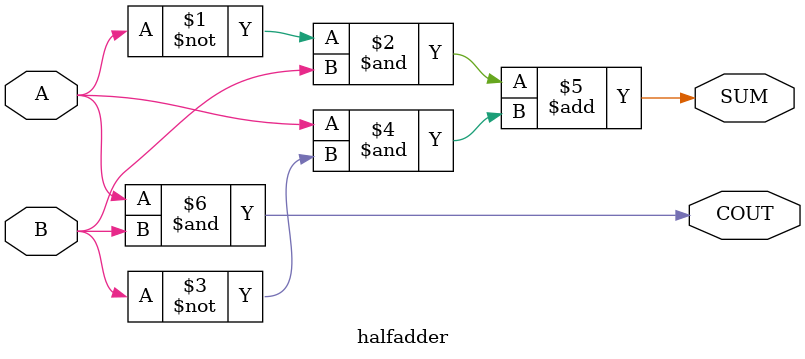
<source format=v>
module halfadder (A,B,SUM,COUT);
	
	input A,B;
	output SUM,COUT;
	
	assign SUM = (~A&B) + (A&~B);
	assign COUT = A&B;

endmodule
</source>
